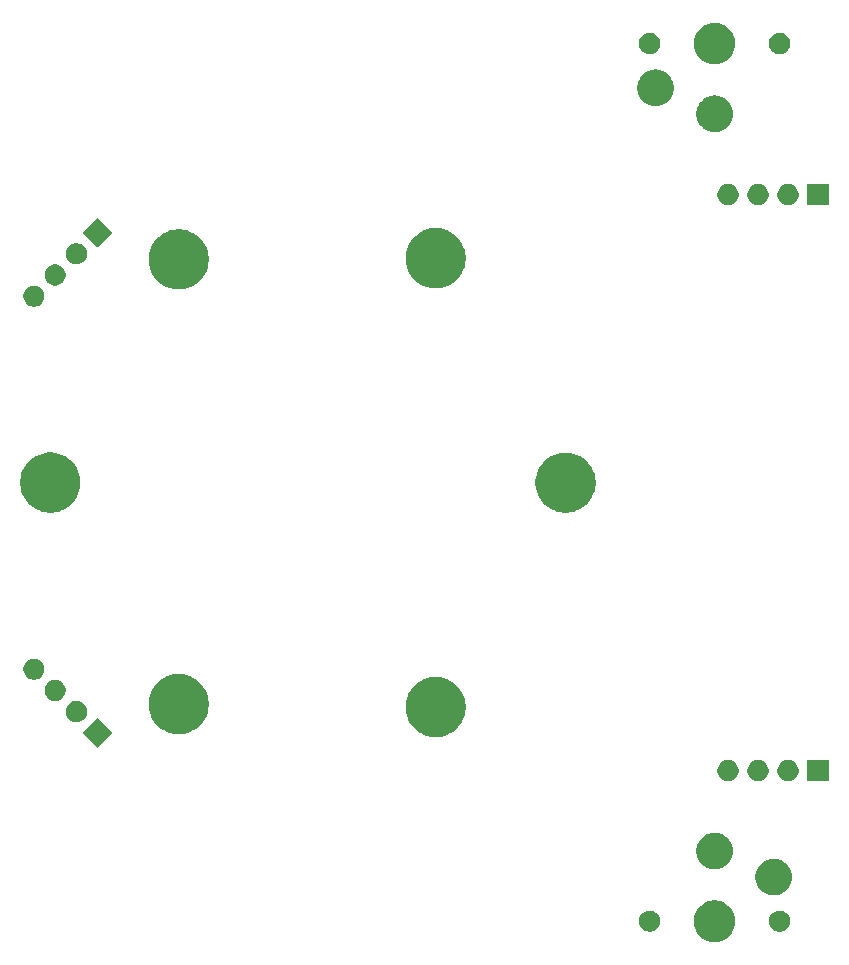
<source format=gbr>
G04 #@! TF.GenerationSoftware,KiCad,Pcbnew,9.0.2*
G04 #@! TF.CreationDate,2025-09-19T15:49:58-04:00*
G04 #@! TF.ProjectId,Trackball,54726163-6b62-4616-9c6c-2e6b69636164,rev?*
G04 #@! TF.SameCoordinates,Original*
G04 #@! TF.FileFunction,Soldermask,Top*
G04 #@! TF.FilePolarity,Negative*
%FSLAX46Y46*%
G04 Gerber Fmt 4.6, Leading zero omitted, Abs format (unit mm)*
G04 Created by KiCad (PCBNEW 9.0.2) date 2025-09-19 15:49:58*
%MOMM*%
%LPD*%
G01*
G04 APERTURE LIST*
G04 APERTURE END LIST*
G36*
X245362432Y-137002424D02*
G01*
X245585501Y-137062195D01*
X245798861Y-137150571D01*
X245998859Y-137266040D01*
X246182075Y-137406627D01*
X246345373Y-137569925D01*
X246485960Y-137753141D01*
X246601429Y-137953139D01*
X246689805Y-138166499D01*
X246749576Y-138389568D01*
X246779720Y-138618531D01*
X246779720Y-138849469D01*
X246749576Y-139078432D01*
X246689805Y-139301501D01*
X246601429Y-139514861D01*
X246485960Y-139714859D01*
X246345373Y-139898075D01*
X246182075Y-140061373D01*
X245998859Y-140201960D01*
X245798861Y-140317429D01*
X245585501Y-140405805D01*
X245362432Y-140465576D01*
X245133469Y-140495720D01*
X244902531Y-140495720D01*
X244673568Y-140465576D01*
X244450499Y-140405805D01*
X244237139Y-140317429D01*
X244037141Y-140201960D01*
X243853925Y-140061373D01*
X243690627Y-139898075D01*
X243550040Y-139714859D01*
X243434571Y-139514861D01*
X243346195Y-139301501D01*
X243286424Y-139078432D01*
X243256280Y-138849469D01*
X243256280Y-138618531D01*
X243286424Y-138389568D01*
X243346195Y-138166499D01*
X243434571Y-137953139D01*
X243550040Y-137753141D01*
X243690627Y-137569925D01*
X243853925Y-137406627D01*
X244037141Y-137266040D01*
X244237139Y-137150571D01*
X244450499Y-137062195D01*
X244673568Y-137002424D01*
X244902531Y-136972280D01*
X245133469Y-136972280D01*
X245362432Y-137002424D01*
G37*
G36*
X239779808Y-137870936D02*
G01*
X239943153Y-137938595D01*
X240090159Y-138036822D01*
X240215178Y-138161841D01*
X240313405Y-138308847D01*
X240381064Y-138472192D01*
X240415557Y-138645598D01*
X240415557Y-138822402D01*
X240381064Y-138995808D01*
X240313405Y-139159153D01*
X240215178Y-139306159D01*
X240090159Y-139431178D01*
X239943153Y-139529405D01*
X239779808Y-139597064D01*
X239606402Y-139631557D01*
X239429598Y-139631557D01*
X239256192Y-139597064D01*
X239092847Y-139529405D01*
X238945841Y-139431178D01*
X238820822Y-139306159D01*
X238722595Y-139159153D01*
X238654936Y-138995808D01*
X238620443Y-138822402D01*
X238620443Y-138645598D01*
X238654936Y-138472192D01*
X238722595Y-138308847D01*
X238820822Y-138161841D01*
X238945841Y-138036822D01*
X239092847Y-137938595D01*
X239256192Y-137870936D01*
X239429598Y-137836443D01*
X239606402Y-137836443D01*
X239779808Y-137870936D01*
G37*
G36*
X250779808Y-137870936D02*
G01*
X250943153Y-137938595D01*
X251090159Y-138036822D01*
X251215178Y-138161841D01*
X251313405Y-138308847D01*
X251381064Y-138472192D01*
X251415557Y-138645598D01*
X251415557Y-138822402D01*
X251381064Y-138995808D01*
X251313405Y-139159153D01*
X251215178Y-139306159D01*
X251090159Y-139431178D01*
X250943153Y-139529405D01*
X250779808Y-139597064D01*
X250606402Y-139631557D01*
X250429598Y-139631557D01*
X250256192Y-139597064D01*
X250092847Y-139529405D01*
X249945841Y-139431178D01*
X249820822Y-139306159D01*
X249722595Y-139159153D01*
X249654936Y-138995808D01*
X249620443Y-138822402D01*
X249620443Y-138645598D01*
X249654936Y-138472192D01*
X249722595Y-138308847D01*
X249820822Y-138161841D01*
X249945841Y-138036822D01*
X250092847Y-137938595D01*
X250256192Y-137870936D01*
X250429598Y-137836443D01*
X250606402Y-137836443D01*
X250779808Y-137870936D01*
G37*
G36*
X250128482Y-133437781D02*
G01*
X250139690Y-133437781D01*
X250194888Y-133446523D01*
X250320534Y-133463065D01*
X250351189Y-133471279D01*
X250380074Y-133475854D01*
X250435620Y-133493902D01*
X250516467Y-133515565D01*
X250568050Y-133536931D01*
X250611542Y-133551063D01*
X250652286Y-133571823D01*
X250703870Y-133593190D01*
X250776353Y-133635038D01*
X250828395Y-133661555D01*
X250852055Y-133678745D01*
X250879539Y-133694613D01*
X250980074Y-133771756D01*
X251025294Y-133804610D01*
X251033219Y-133812535D01*
X251040466Y-133818096D01*
X251183903Y-133961533D01*
X251189463Y-133968779D01*
X251197390Y-133976706D01*
X251230247Y-134021930D01*
X251307386Y-134122460D01*
X251323252Y-134149941D01*
X251340445Y-134173605D01*
X251366964Y-134225652D01*
X251408809Y-134298129D01*
X251430173Y-134349706D01*
X251450937Y-134390458D01*
X251465070Y-134433955D01*
X251486434Y-134485532D01*
X251508093Y-134566366D01*
X251526146Y-134621926D01*
X251530721Y-134650816D01*
X251538934Y-134681465D01*
X251555474Y-134807099D01*
X251564219Y-134862310D01*
X251564219Y-134873518D01*
X251565412Y-134882580D01*
X251565412Y-135085419D01*
X251564219Y-135094480D01*
X251564219Y-135105690D01*
X251555473Y-135160905D01*
X251538934Y-135286534D01*
X251530722Y-135317180D01*
X251526146Y-135346074D01*
X251508091Y-135401638D01*
X251486434Y-135482467D01*
X251465071Y-135534039D01*
X251450937Y-135577542D01*
X251430171Y-135618297D01*
X251408809Y-135669870D01*
X251366968Y-135742338D01*
X251340445Y-135794395D01*
X251323249Y-135818062D01*
X251307386Y-135845539D01*
X251230261Y-135946050D01*
X251197390Y-135991294D01*
X251189459Y-135999224D01*
X251183903Y-136006466D01*
X251040466Y-136149903D01*
X251033224Y-136155459D01*
X251025294Y-136163390D01*
X250980050Y-136196261D01*
X250879539Y-136273386D01*
X250852062Y-136289249D01*
X250828395Y-136306445D01*
X250776338Y-136332968D01*
X250703870Y-136374809D01*
X250652297Y-136396171D01*
X250611542Y-136416937D01*
X250568039Y-136431071D01*
X250516467Y-136452434D01*
X250435638Y-136474091D01*
X250380074Y-136492146D01*
X250351180Y-136496722D01*
X250320534Y-136504934D01*
X250194902Y-136521474D01*
X250139690Y-136530219D01*
X250128481Y-136530219D01*
X250119420Y-136531412D01*
X249916580Y-136531412D01*
X249907519Y-136530219D01*
X249896310Y-136530219D01*
X249841099Y-136521474D01*
X249715465Y-136504934D01*
X249684816Y-136496721D01*
X249655926Y-136492146D01*
X249600366Y-136474093D01*
X249519532Y-136452434D01*
X249467955Y-136431070D01*
X249424458Y-136416937D01*
X249383706Y-136396173D01*
X249332129Y-136374809D01*
X249259652Y-136332964D01*
X249207605Y-136306445D01*
X249183941Y-136289252D01*
X249156460Y-136273386D01*
X249055930Y-136196247D01*
X249010706Y-136163390D01*
X249002779Y-136155463D01*
X248995533Y-136149903D01*
X248852096Y-136006466D01*
X248846535Y-135999219D01*
X248838610Y-135991294D01*
X248805756Y-135946074D01*
X248728613Y-135845539D01*
X248712745Y-135818055D01*
X248695555Y-135794395D01*
X248669038Y-135742353D01*
X248627190Y-135669870D01*
X248605823Y-135618286D01*
X248585063Y-135577542D01*
X248570931Y-135534050D01*
X248549565Y-135482467D01*
X248527902Y-135401620D01*
X248509854Y-135346074D01*
X248505279Y-135317189D01*
X248497065Y-135286534D01*
X248480524Y-135160891D01*
X248471781Y-135105690D01*
X248471781Y-135094480D01*
X248470588Y-135085419D01*
X248470588Y-134882580D01*
X248471781Y-134873518D01*
X248471781Y-134862310D01*
X248480523Y-134807113D01*
X248497065Y-134681465D01*
X248505279Y-134650807D01*
X248509854Y-134621926D01*
X248527900Y-134566383D01*
X248549565Y-134485532D01*
X248570933Y-134433944D01*
X248585063Y-134390458D01*
X248605821Y-134349717D01*
X248627190Y-134298129D01*
X248669042Y-134225637D01*
X248695555Y-134173605D01*
X248712742Y-134149948D01*
X248728613Y-134122460D01*
X248805770Y-134021906D01*
X248838610Y-133976706D01*
X248846532Y-133968783D01*
X248852096Y-133961533D01*
X248995533Y-133818096D01*
X249002783Y-133812532D01*
X249010706Y-133804610D01*
X249055906Y-133771770D01*
X249156460Y-133694613D01*
X249183948Y-133678742D01*
X249207605Y-133661555D01*
X249259637Y-133635042D01*
X249332129Y-133593190D01*
X249383717Y-133571821D01*
X249424458Y-133551063D01*
X249467944Y-133536933D01*
X249519532Y-133515565D01*
X249600383Y-133493900D01*
X249655926Y-133475854D01*
X249684807Y-133471279D01*
X249715465Y-133463065D01*
X249841113Y-133446523D01*
X249896310Y-133437781D01*
X249907518Y-133437781D01*
X249916580Y-133436588D01*
X250119420Y-133436588D01*
X250128482Y-133437781D01*
G37*
G36*
X245128482Y-131237781D02*
G01*
X245139690Y-131237781D01*
X245194888Y-131246523D01*
X245320534Y-131263065D01*
X245351189Y-131271279D01*
X245380074Y-131275854D01*
X245435620Y-131293902D01*
X245516467Y-131315565D01*
X245568050Y-131336931D01*
X245611542Y-131351063D01*
X245652286Y-131371823D01*
X245703870Y-131393190D01*
X245776353Y-131435038D01*
X245828395Y-131461555D01*
X245852055Y-131478745D01*
X245879539Y-131494613D01*
X245980074Y-131571756D01*
X246025294Y-131604610D01*
X246033219Y-131612535D01*
X246040466Y-131618096D01*
X246183903Y-131761533D01*
X246189463Y-131768779D01*
X246197390Y-131776706D01*
X246230247Y-131821930D01*
X246307386Y-131922460D01*
X246323252Y-131949941D01*
X246340445Y-131973605D01*
X246366964Y-132025652D01*
X246408809Y-132098129D01*
X246430173Y-132149706D01*
X246450937Y-132190458D01*
X246465070Y-132233955D01*
X246486434Y-132285532D01*
X246508093Y-132366366D01*
X246526146Y-132421926D01*
X246530721Y-132450816D01*
X246538934Y-132481465D01*
X246555474Y-132607099D01*
X246564219Y-132662310D01*
X246564219Y-132673518D01*
X246565412Y-132682580D01*
X246565412Y-132885419D01*
X246564219Y-132894480D01*
X246564219Y-132905690D01*
X246555473Y-132960905D01*
X246538934Y-133086534D01*
X246530722Y-133117180D01*
X246526146Y-133146074D01*
X246508091Y-133201638D01*
X246486434Y-133282467D01*
X246465071Y-133334039D01*
X246450937Y-133377542D01*
X246430171Y-133418297D01*
X246408809Y-133469870D01*
X246366968Y-133542338D01*
X246340445Y-133594395D01*
X246323249Y-133618062D01*
X246307386Y-133645539D01*
X246230261Y-133746050D01*
X246197390Y-133791294D01*
X246189459Y-133799224D01*
X246183903Y-133806466D01*
X246040466Y-133949903D01*
X246033224Y-133955459D01*
X246025294Y-133963390D01*
X245980050Y-133996261D01*
X245879539Y-134073386D01*
X245852062Y-134089249D01*
X245828395Y-134106445D01*
X245776338Y-134132968D01*
X245703870Y-134174809D01*
X245652297Y-134196171D01*
X245611542Y-134216937D01*
X245568039Y-134231071D01*
X245516467Y-134252434D01*
X245435638Y-134274091D01*
X245380074Y-134292146D01*
X245351180Y-134296722D01*
X245320534Y-134304934D01*
X245194902Y-134321474D01*
X245139690Y-134330219D01*
X245128481Y-134330219D01*
X245119420Y-134331412D01*
X244916580Y-134331412D01*
X244907519Y-134330219D01*
X244896310Y-134330219D01*
X244841099Y-134321474D01*
X244715465Y-134304934D01*
X244684816Y-134296721D01*
X244655926Y-134292146D01*
X244600366Y-134274093D01*
X244519532Y-134252434D01*
X244467955Y-134231070D01*
X244424458Y-134216937D01*
X244383706Y-134196173D01*
X244332129Y-134174809D01*
X244259652Y-134132964D01*
X244207605Y-134106445D01*
X244183941Y-134089252D01*
X244156460Y-134073386D01*
X244055930Y-133996247D01*
X244010706Y-133963390D01*
X244002779Y-133955463D01*
X243995533Y-133949903D01*
X243852096Y-133806466D01*
X243846535Y-133799219D01*
X243838610Y-133791294D01*
X243805756Y-133746074D01*
X243728613Y-133645539D01*
X243712745Y-133618055D01*
X243695555Y-133594395D01*
X243669038Y-133542353D01*
X243627190Y-133469870D01*
X243605823Y-133418286D01*
X243585063Y-133377542D01*
X243570931Y-133334050D01*
X243549565Y-133282467D01*
X243527902Y-133201620D01*
X243509854Y-133146074D01*
X243505279Y-133117189D01*
X243497065Y-133086534D01*
X243480524Y-132960891D01*
X243471781Y-132905690D01*
X243471781Y-132894480D01*
X243470588Y-132885419D01*
X243470588Y-132682580D01*
X243471781Y-132673518D01*
X243471781Y-132662310D01*
X243480523Y-132607113D01*
X243497065Y-132481465D01*
X243505279Y-132450807D01*
X243509854Y-132421926D01*
X243527900Y-132366383D01*
X243549565Y-132285532D01*
X243570933Y-132233944D01*
X243585063Y-132190458D01*
X243605821Y-132149717D01*
X243627190Y-132098129D01*
X243669042Y-132025637D01*
X243695555Y-131973605D01*
X243712742Y-131949948D01*
X243728613Y-131922460D01*
X243805770Y-131821906D01*
X243838610Y-131776706D01*
X243846532Y-131768783D01*
X243852096Y-131761533D01*
X243995533Y-131618096D01*
X244002783Y-131612532D01*
X244010706Y-131604610D01*
X244055906Y-131571770D01*
X244156460Y-131494613D01*
X244183948Y-131478742D01*
X244207605Y-131461555D01*
X244259637Y-131435042D01*
X244332129Y-131393190D01*
X244383717Y-131371821D01*
X244424458Y-131351063D01*
X244467944Y-131336933D01*
X244519532Y-131315565D01*
X244600383Y-131293900D01*
X244655926Y-131275854D01*
X244684807Y-131271279D01*
X244715465Y-131263065D01*
X244841113Y-131246523D01*
X244896310Y-131237781D01*
X244907518Y-131237781D01*
X244916580Y-131236588D01*
X245119420Y-131236588D01*
X245128482Y-131237781D01*
G37*
G36*
X254637517Y-125086882D02*
G01*
X254654062Y-125097938D01*
X254665118Y-125114483D01*
X254669000Y-125134000D01*
X254669000Y-126834000D01*
X254665118Y-126853517D01*
X254654062Y-126870062D01*
X254637517Y-126881118D01*
X254618000Y-126885000D01*
X252918000Y-126885000D01*
X252898483Y-126881118D01*
X252881938Y-126870062D01*
X252870882Y-126853517D01*
X252867000Y-126834000D01*
X252867000Y-125134000D01*
X252870882Y-125114483D01*
X252881938Y-125097938D01*
X252898483Y-125086882D01*
X252918000Y-125083000D01*
X254618000Y-125083000D01*
X254637517Y-125086882D01*
G37*
G36*
X246409546Y-125121797D02*
G01*
X246572728Y-125189389D01*
X246719588Y-125287518D01*
X246844482Y-125412412D01*
X246942611Y-125559272D01*
X247010203Y-125722454D01*
X247044661Y-125895687D01*
X247044661Y-126072313D01*
X247010203Y-126245546D01*
X246942611Y-126408728D01*
X246844482Y-126555588D01*
X246719588Y-126680482D01*
X246572728Y-126778611D01*
X246409546Y-126846203D01*
X246236313Y-126880661D01*
X246059687Y-126880661D01*
X245886454Y-126846203D01*
X245723272Y-126778611D01*
X245576412Y-126680482D01*
X245451518Y-126555588D01*
X245353389Y-126408728D01*
X245285797Y-126245546D01*
X245251339Y-126072313D01*
X245251339Y-125895687D01*
X245285797Y-125722454D01*
X245353389Y-125559272D01*
X245451518Y-125412412D01*
X245576412Y-125287518D01*
X245723272Y-125189389D01*
X245886454Y-125121797D01*
X246059687Y-125087339D01*
X246236313Y-125087339D01*
X246409546Y-125121797D01*
G37*
G36*
X248949546Y-125121797D02*
G01*
X249112728Y-125189389D01*
X249259588Y-125287518D01*
X249384482Y-125412412D01*
X249482611Y-125559272D01*
X249550203Y-125722454D01*
X249584661Y-125895687D01*
X249584661Y-126072313D01*
X249550203Y-126245546D01*
X249482611Y-126408728D01*
X249384482Y-126555588D01*
X249259588Y-126680482D01*
X249112728Y-126778611D01*
X248949546Y-126846203D01*
X248776313Y-126880661D01*
X248599687Y-126880661D01*
X248426454Y-126846203D01*
X248263272Y-126778611D01*
X248116412Y-126680482D01*
X247991518Y-126555588D01*
X247893389Y-126408728D01*
X247825797Y-126245546D01*
X247791339Y-126072313D01*
X247791339Y-125895687D01*
X247825797Y-125722454D01*
X247893389Y-125559272D01*
X247991518Y-125412412D01*
X248116412Y-125287518D01*
X248263272Y-125189389D01*
X248426454Y-125121797D01*
X248599687Y-125087339D01*
X248776313Y-125087339D01*
X248949546Y-125121797D01*
G37*
G36*
X251489546Y-125121797D02*
G01*
X251652728Y-125189389D01*
X251799588Y-125287518D01*
X251924482Y-125412412D01*
X252022611Y-125559272D01*
X252090203Y-125722454D01*
X252124661Y-125895687D01*
X252124661Y-126072313D01*
X252090203Y-126245546D01*
X252022611Y-126408728D01*
X251924482Y-126555588D01*
X251799588Y-126680482D01*
X251652728Y-126778611D01*
X251489546Y-126846203D01*
X251316313Y-126880661D01*
X251139687Y-126880661D01*
X250966454Y-126846203D01*
X250803272Y-126778611D01*
X250656412Y-126680482D01*
X250531518Y-126555588D01*
X250433389Y-126408728D01*
X250365797Y-126245546D01*
X250331339Y-126072313D01*
X250331339Y-125895687D01*
X250365797Y-125722454D01*
X250433389Y-125559272D01*
X250531518Y-125412412D01*
X250656412Y-125287518D01*
X250803272Y-125189389D01*
X250966454Y-125121797D01*
X251139687Y-125087339D01*
X251316313Y-125087339D01*
X251489546Y-125121797D01*
G37*
G36*
X192793466Y-121536851D02*
G01*
X192810011Y-121547907D01*
X194012093Y-122749989D01*
X194023149Y-122766534D01*
X194027030Y-122786051D01*
X194023149Y-122805568D01*
X194012093Y-122822113D01*
X192810011Y-124024195D01*
X192793466Y-124035251D01*
X192773949Y-124039132D01*
X192754432Y-124035251D01*
X192737887Y-124024195D01*
X191535805Y-122822113D01*
X191524749Y-122805568D01*
X191520868Y-122786051D01*
X191524749Y-122766534D01*
X191535805Y-122749989D01*
X192399734Y-121886060D01*
X192729182Y-121556611D01*
X192729185Y-121556608D01*
X192737887Y-121547907D01*
X192754432Y-121536851D01*
X192773949Y-121532970D01*
X192793466Y-121536851D01*
G37*
G36*
X221827308Y-118085043D02*
G01*
X222106207Y-118148700D01*
X222376225Y-118243183D01*
X222633967Y-118367305D01*
X222876190Y-118519504D01*
X223099850Y-118697867D01*
X223302133Y-118900150D01*
X223480496Y-119123810D01*
X223632695Y-119366033D01*
X223756817Y-119623775D01*
X223851300Y-119893793D01*
X223914957Y-120172692D01*
X223946987Y-120456964D01*
X223946987Y-120743036D01*
X223914957Y-121027308D01*
X223851300Y-121306207D01*
X223756817Y-121576225D01*
X223632695Y-121833967D01*
X223480496Y-122076190D01*
X223302133Y-122299850D01*
X223099850Y-122502133D01*
X222876190Y-122680496D01*
X222633967Y-122832695D01*
X222376225Y-122956817D01*
X222106207Y-123051300D01*
X221827308Y-123114957D01*
X221543036Y-123146987D01*
X221256964Y-123146987D01*
X220972692Y-123114957D01*
X220693793Y-123051300D01*
X220423775Y-122956817D01*
X220166033Y-122832695D01*
X219923810Y-122680496D01*
X219700150Y-122502133D01*
X219497867Y-122299850D01*
X219319504Y-122076190D01*
X219167305Y-121833967D01*
X219043183Y-121576225D01*
X218948700Y-121306207D01*
X218885043Y-121027308D01*
X218853013Y-120743036D01*
X218853013Y-120456964D01*
X218885043Y-120172692D01*
X218948700Y-119893793D01*
X219043183Y-119623775D01*
X219167305Y-119366033D01*
X219319504Y-119123810D01*
X219497867Y-118900150D01*
X219700150Y-118697867D01*
X219923810Y-118519504D01*
X220166033Y-118367305D01*
X220423775Y-118243183D01*
X220693793Y-118148700D01*
X220972692Y-118085043D01*
X221256964Y-118053013D01*
X221543036Y-118053013D01*
X221827308Y-118085043D01*
G37*
G36*
X200077308Y-117835043D02*
G01*
X200356207Y-117898700D01*
X200626225Y-117993183D01*
X200883967Y-118117305D01*
X201126190Y-118269504D01*
X201349850Y-118447867D01*
X201552133Y-118650150D01*
X201730496Y-118873810D01*
X201882695Y-119116033D01*
X202006817Y-119373775D01*
X202101300Y-119643793D01*
X202164957Y-119922692D01*
X202196987Y-120206964D01*
X202196987Y-120493036D01*
X202164957Y-120777308D01*
X202101300Y-121056207D01*
X202006817Y-121326225D01*
X201882695Y-121583967D01*
X201730496Y-121826190D01*
X201552133Y-122049850D01*
X201349850Y-122252133D01*
X201126190Y-122430496D01*
X200883967Y-122582695D01*
X200626225Y-122706817D01*
X200356207Y-122801300D01*
X200077308Y-122864957D01*
X199793036Y-122896987D01*
X199506964Y-122896987D01*
X199222692Y-122864957D01*
X198943793Y-122801300D01*
X198673775Y-122706817D01*
X198416033Y-122582695D01*
X198173810Y-122430496D01*
X197950150Y-122252133D01*
X197747867Y-122049850D01*
X197569504Y-121826190D01*
X197417305Y-121583967D01*
X197293183Y-121326225D01*
X197198700Y-121056207D01*
X197135043Y-120777308D01*
X197103013Y-120493036D01*
X197103013Y-120206964D01*
X197135043Y-119922692D01*
X197198700Y-119643793D01*
X197293183Y-119373775D01*
X197417305Y-119116033D01*
X197569504Y-118873810D01*
X197747867Y-118650150D01*
X197950150Y-118447867D01*
X198173810Y-118269504D01*
X198416033Y-118117305D01*
X198673775Y-117993183D01*
X198943793Y-117898700D01*
X199222692Y-117835043D01*
X199506964Y-117803013D01*
X199793036Y-117803013D01*
X200077308Y-117835043D01*
G37*
G36*
X191239444Y-120127797D02*
G01*
X191402626Y-120195389D01*
X191549486Y-120293518D01*
X191674380Y-120418412D01*
X191772509Y-120565272D01*
X191840101Y-120728454D01*
X191874559Y-120901687D01*
X191874559Y-121078313D01*
X191840101Y-121251546D01*
X191772509Y-121414728D01*
X191674380Y-121561588D01*
X191549486Y-121686482D01*
X191402626Y-121784611D01*
X191239444Y-121852203D01*
X191066211Y-121886661D01*
X190889585Y-121886661D01*
X190716352Y-121852203D01*
X190553170Y-121784611D01*
X190406310Y-121686482D01*
X190281416Y-121561588D01*
X190183287Y-121414728D01*
X190115695Y-121251546D01*
X190081237Y-121078313D01*
X190081237Y-120901687D01*
X190115695Y-120728454D01*
X190183287Y-120565272D01*
X190281416Y-120418412D01*
X190406310Y-120293518D01*
X190553170Y-120195389D01*
X190716352Y-120127797D01*
X190889585Y-120093339D01*
X191066211Y-120093339D01*
X191239444Y-120127797D01*
G37*
G36*
X189443393Y-118331746D02*
G01*
X189606575Y-118399338D01*
X189753435Y-118497467D01*
X189878329Y-118622361D01*
X189976458Y-118769221D01*
X190044050Y-118932403D01*
X190078508Y-119105636D01*
X190078508Y-119282262D01*
X190044050Y-119455495D01*
X189976458Y-119618677D01*
X189878329Y-119765537D01*
X189753435Y-119890431D01*
X189606575Y-119988560D01*
X189443393Y-120056152D01*
X189270160Y-120090610D01*
X189093534Y-120090610D01*
X188920301Y-120056152D01*
X188757119Y-119988560D01*
X188610259Y-119890431D01*
X188485365Y-119765537D01*
X188387236Y-119618677D01*
X188319644Y-119455495D01*
X188285186Y-119282262D01*
X188285186Y-119105636D01*
X188319644Y-118932403D01*
X188387236Y-118769221D01*
X188485365Y-118622361D01*
X188610259Y-118497467D01*
X188757119Y-118399338D01*
X188920301Y-118331746D01*
X189093534Y-118297288D01*
X189270160Y-118297288D01*
X189443393Y-118331746D01*
G37*
G36*
X187647341Y-116535694D02*
G01*
X187810523Y-116603286D01*
X187957383Y-116701415D01*
X188082277Y-116826309D01*
X188180406Y-116973169D01*
X188247998Y-117136351D01*
X188282456Y-117309584D01*
X188282456Y-117486210D01*
X188247998Y-117659443D01*
X188180406Y-117822625D01*
X188082277Y-117969485D01*
X187957383Y-118094379D01*
X187810523Y-118192508D01*
X187647341Y-118260100D01*
X187474108Y-118294558D01*
X187297482Y-118294558D01*
X187124249Y-118260100D01*
X186961067Y-118192508D01*
X186814207Y-118094379D01*
X186689313Y-117969485D01*
X186591184Y-117822625D01*
X186523592Y-117659443D01*
X186489134Y-117486210D01*
X186489134Y-117309584D01*
X186523592Y-117136351D01*
X186591184Y-116973169D01*
X186689313Y-116826309D01*
X186814207Y-116701415D01*
X186961067Y-116603286D01*
X187124249Y-116535694D01*
X187297482Y-116501236D01*
X187474108Y-116501236D01*
X187647341Y-116535694D01*
G37*
G36*
X232827308Y-99085043D02*
G01*
X233106207Y-99148700D01*
X233376225Y-99243183D01*
X233633967Y-99367305D01*
X233876190Y-99519504D01*
X234099850Y-99697867D01*
X234302133Y-99900150D01*
X234480496Y-100123810D01*
X234632695Y-100366033D01*
X234756817Y-100623775D01*
X234851300Y-100893793D01*
X234914957Y-101172692D01*
X234946987Y-101456964D01*
X234946987Y-101743036D01*
X234914957Y-102027308D01*
X234851300Y-102306207D01*
X234756817Y-102576225D01*
X234632695Y-102833967D01*
X234480496Y-103076190D01*
X234302133Y-103299850D01*
X234099850Y-103502133D01*
X233876190Y-103680496D01*
X233633967Y-103832695D01*
X233376225Y-103956817D01*
X233106207Y-104051300D01*
X232827308Y-104114957D01*
X232543036Y-104146987D01*
X232256964Y-104146987D01*
X231972692Y-104114957D01*
X231693793Y-104051300D01*
X231423775Y-103956817D01*
X231166033Y-103832695D01*
X230923810Y-103680496D01*
X230700150Y-103502133D01*
X230497867Y-103299850D01*
X230319504Y-103076190D01*
X230167305Y-102833967D01*
X230043183Y-102576225D01*
X229948700Y-102306207D01*
X229885043Y-102027308D01*
X229853013Y-101743036D01*
X229853013Y-101456964D01*
X229885043Y-101172692D01*
X229948700Y-100893793D01*
X230043183Y-100623775D01*
X230167305Y-100366033D01*
X230319504Y-100123810D01*
X230497867Y-99900150D01*
X230700150Y-99697867D01*
X230923810Y-99519504D01*
X231166033Y-99367305D01*
X231423775Y-99243183D01*
X231693793Y-99148700D01*
X231972692Y-99085043D01*
X232256964Y-99053013D01*
X232543036Y-99053013D01*
X232827308Y-99085043D01*
G37*
G36*
X189202308Y-99081489D02*
G01*
X189481207Y-99145146D01*
X189751225Y-99239629D01*
X190008967Y-99363751D01*
X190251190Y-99515950D01*
X190474850Y-99694313D01*
X190677133Y-99896596D01*
X190855496Y-100120256D01*
X191007695Y-100362479D01*
X191131817Y-100620221D01*
X191226300Y-100890239D01*
X191289957Y-101169138D01*
X191321987Y-101453410D01*
X191321987Y-101739482D01*
X191289957Y-102023754D01*
X191226300Y-102302653D01*
X191131817Y-102572671D01*
X191007695Y-102830413D01*
X190855496Y-103072636D01*
X190677133Y-103296296D01*
X190474850Y-103498579D01*
X190251190Y-103676942D01*
X190008967Y-103829141D01*
X189751225Y-103953263D01*
X189481207Y-104047746D01*
X189202308Y-104111403D01*
X188918036Y-104143433D01*
X188631964Y-104143433D01*
X188347692Y-104111403D01*
X188068793Y-104047746D01*
X187798775Y-103953263D01*
X187541033Y-103829141D01*
X187298810Y-103676942D01*
X187075150Y-103498579D01*
X186872867Y-103296296D01*
X186694504Y-103072636D01*
X186542305Y-102830413D01*
X186418183Y-102572671D01*
X186323700Y-102302653D01*
X186260043Y-102023754D01*
X186228013Y-101739482D01*
X186228013Y-101453410D01*
X186260043Y-101169138D01*
X186323700Y-100890239D01*
X186418183Y-100620221D01*
X186542305Y-100362479D01*
X186694504Y-100120256D01*
X186872867Y-99896596D01*
X187075150Y-99694313D01*
X187298810Y-99515950D01*
X187541033Y-99363751D01*
X187798775Y-99239629D01*
X188068793Y-99145146D01*
X188347692Y-99081489D01*
X188631964Y-99049459D01*
X188918036Y-99049459D01*
X189202308Y-99081489D01*
G37*
G36*
X187647341Y-84949900D02*
G01*
X187810523Y-85017492D01*
X187957383Y-85115621D01*
X188082277Y-85240515D01*
X188180406Y-85387375D01*
X188247998Y-85550557D01*
X188282456Y-85723790D01*
X188282456Y-85900416D01*
X188247998Y-86073649D01*
X188180406Y-86236831D01*
X188082277Y-86383691D01*
X187957383Y-86508585D01*
X187810523Y-86606714D01*
X187647341Y-86674306D01*
X187474108Y-86708764D01*
X187297482Y-86708764D01*
X187124249Y-86674306D01*
X186961067Y-86606714D01*
X186814207Y-86508585D01*
X186689313Y-86383691D01*
X186591184Y-86236831D01*
X186523592Y-86073649D01*
X186489134Y-85900416D01*
X186489134Y-85723790D01*
X186523592Y-85550557D01*
X186591184Y-85387375D01*
X186689313Y-85240515D01*
X186814207Y-85115621D01*
X186961067Y-85017492D01*
X187124249Y-84949900D01*
X187297482Y-84915442D01*
X187474108Y-84915442D01*
X187647341Y-84949900D01*
G37*
G36*
X200077308Y-80185043D02*
G01*
X200356207Y-80248700D01*
X200626225Y-80343183D01*
X200883967Y-80467305D01*
X201126190Y-80619504D01*
X201349850Y-80797867D01*
X201552133Y-81000150D01*
X201730496Y-81223810D01*
X201882695Y-81466033D01*
X202006817Y-81723775D01*
X202101300Y-81993793D01*
X202164957Y-82272692D01*
X202196987Y-82556964D01*
X202196987Y-82843036D01*
X202164957Y-83127308D01*
X202101300Y-83406207D01*
X202006817Y-83676225D01*
X201882695Y-83933967D01*
X201730496Y-84176190D01*
X201552133Y-84399850D01*
X201349850Y-84602133D01*
X201126190Y-84780496D01*
X200883967Y-84932695D01*
X200626225Y-85056817D01*
X200356207Y-85151300D01*
X200077308Y-85214957D01*
X199793036Y-85246987D01*
X199506964Y-85246987D01*
X199222692Y-85214957D01*
X198943793Y-85151300D01*
X198673775Y-85056817D01*
X198416033Y-84932695D01*
X198173810Y-84780496D01*
X197950150Y-84602133D01*
X197747867Y-84399850D01*
X197569504Y-84176190D01*
X197417305Y-83933967D01*
X197293183Y-83676225D01*
X197198700Y-83406207D01*
X197135043Y-83127308D01*
X197103013Y-82843036D01*
X197103013Y-82556964D01*
X197135043Y-82272692D01*
X197198700Y-81993793D01*
X197293183Y-81723775D01*
X197417305Y-81466033D01*
X197569504Y-81223810D01*
X197747867Y-81000150D01*
X197950150Y-80797867D01*
X198173810Y-80619504D01*
X198416033Y-80467305D01*
X198673775Y-80343183D01*
X198943793Y-80248700D01*
X199222692Y-80185043D01*
X199506964Y-80153013D01*
X199793036Y-80153013D01*
X200077308Y-80185043D01*
G37*
G36*
X221827308Y-80085043D02*
G01*
X222106207Y-80148700D01*
X222376225Y-80243183D01*
X222633967Y-80367305D01*
X222876190Y-80519504D01*
X223099850Y-80697867D01*
X223302133Y-80900150D01*
X223480496Y-81123810D01*
X223632695Y-81366033D01*
X223756817Y-81623775D01*
X223851300Y-81893793D01*
X223914957Y-82172692D01*
X223946987Y-82456964D01*
X223946987Y-82743036D01*
X223914957Y-83027308D01*
X223851300Y-83306207D01*
X223756817Y-83576225D01*
X223632695Y-83833967D01*
X223480496Y-84076190D01*
X223302133Y-84299850D01*
X223099850Y-84502133D01*
X222876190Y-84680496D01*
X222633967Y-84832695D01*
X222376225Y-84956817D01*
X222106207Y-85051300D01*
X221827308Y-85114957D01*
X221543036Y-85146987D01*
X221256964Y-85146987D01*
X220972692Y-85114957D01*
X220693793Y-85051300D01*
X220423775Y-84956817D01*
X220166033Y-84832695D01*
X219923810Y-84680496D01*
X219700150Y-84502133D01*
X219497867Y-84299850D01*
X219319504Y-84076190D01*
X219167305Y-83833967D01*
X219043183Y-83576225D01*
X218948700Y-83306207D01*
X218885043Y-83027308D01*
X218853013Y-82743036D01*
X218853013Y-82456964D01*
X218885043Y-82172692D01*
X218948700Y-81893793D01*
X219043183Y-81623775D01*
X219167305Y-81366033D01*
X219319504Y-81123810D01*
X219497867Y-80900150D01*
X219700150Y-80697867D01*
X219923810Y-80519504D01*
X220166033Y-80367305D01*
X220423775Y-80243183D01*
X220693793Y-80148700D01*
X220972692Y-80085043D01*
X221256964Y-80053013D01*
X221543036Y-80053013D01*
X221827308Y-80085043D01*
G37*
G36*
X189443393Y-83153848D02*
G01*
X189606575Y-83221440D01*
X189753435Y-83319569D01*
X189878329Y-83444463D01*
X189976458Y-83591323D01*
X190044050Y-83754505D01*
X190078508Y-83927738D01*
X190078508Y-84104364D01*
X190044050Y-84277597D01*
X189976458Y-84440779D01*
X189878329Y-84587639D01*
X189753435Y-84712533D01*
X189606575Y-84810662D01*
X189443393Y-84878254D01*
X189270160Y-84912712D01*
X189093534Y-84912712D01*
X188920301Y-84878254D01*
X188757119Y-84810662D01*
X188610259Y-84712533D01*
X188485365Y-84587639D01*
X188387236Y-84440779D01*
X188319644Y-84277597D01*
X188285186Y-84104364D01*
X188285186Y-83927738D01*
X188319644Y-83754505D01*
X188387236Y-83591323D01*
X188485365Y-83444463D01*
X188610259Y-83319569D01*
X188757119Y-83221440D01*
X188920301Y-83153848D01*
X189093534Y-83119390D01*
X189270160Y-83119390D01*
X189443393Y-83153848D01*
G37*
G36*
X191239444Y-81357797D02*
G01*
X191402626Y-81425389D01*
X191549486Y-81523518D01*
X191674380Y-81648412D01*
X191772509Y-81795272D01*
X191840101Y-81958454D01*
X191874559Y-82131687D01*
X191874559Y-82308313D01*
X191840101Y-82481546D01*
X191772509Y-82644728D01*
X191674380Y-82791588D01*
X191549486Y-82916482D01*
X191402626Y-83014611D01*
X191239444Y-83082203D01*
X191066211Y-83116661D01*
X190889585Y-83116661D01*
X190716352Y-83082203D01*
X190553170Y-83014611D01*
X190406310Y-82916482D01*
X190281416Y-82791588D01*
X190183287Y-82644728D01*
X190115695Y-82481546D01*
X190081237Y-82308313D01*
X190081237Y-82131687D01*
X190115695Y-81958454D01*
X190183287Y-81795272D01*
X190281416Y-81648412D01*
X190406310Y-81523518D01*
X190553170Y-81425389D01*
X190716352Y-81357797D01*
X190889585Y-81323339D01*
X191066211Y-81323339D01*
X191239444Y-81357797D01*
G37*
G36*
X192793466Y-79174749D02*
G01*
X192810011Y-79185805D01*
X194012093Y-80387887D01*
X194023149Y-80404432D01*
X194027030Y-80423949D01*
X194023149Y-80443466D01*
X194012093Y-80460011D01*
X192810011Y-81662093D01*
X192793466Y-81673149D01*
X192773949Y-81677030D01*
X192754432Y-81673149D01*
X192737887Y-81662093D01*
X191535805Y-80460011D01*
X191524749Y-80443466D01*
X191520868Y-80423949D01*
X191524749Y-80404432D01*
X191535805Y-80387887D01*
X192136846Y-79786846D01*
X192729182Y-79194509D01*
X192729185Y-79194506D01*
X192737887Y-79185805D01*
X192754432Y-79174749D01*
X192773949Y-79170868D01*
X192793466Y-79174749D01*
G37*
G36*
X254637517Y-76318882D02*
G01*
X254654062Y-76329938D01*
X254665118Y-76346483D01*
X254669000Y-76366000D01*
X254669000Y-78066000D01*
X254665118Y-78085517D01*
X254654062Y-78102062D01*
X254637517Y-78113118D01*
X254618000Y-78117000D01*
X252918000Y-78117000D01*
X252898483Y-78113118D01*
X252881938Y-78102062D01*
X252870882Y-78085517D01*
X252867000Y-78066000D01*
X252867000Y-76366000D01*
X252870882Y-76346483D01*
X252881938Y-76329938D01*
X252898483Y-76318882D01*
X252918000Y-76315000D01*
X254618000Y-76315000D01*
X254637517Y-76318882D01*
G37*
G36*
X246409546Y-76353797D02*
G01*
X246572728Y-76421389D01*
X246719588Y-76519518D01*
X246844482Y-76644412D01*
X246942611Y-76791272D01*
X247010203Y-76954454D01*
X247044661Y-77127687D01*
X247044661Y-77304313D01*
X247010203Y-77477546D01*
X246942611Y-77640728D01*
X246844482Y-77787588D01*
X246719588Y-77912482D01*
X246572728Y-78010611D01*
X246409546Y-78078203D01*
X246236313Y-78112661D01*
X246059687Y-78112661D01*
X245886454Y-78078203D01*
X245723272Y-78010611D01*
X245576412Y-77912482D01*
X245451518Y-77787588D01*
X245353389Y-77640728D01*
X245285797Y-77477546D01*
X245251339Y-77304313D01*
X245251339Y-77127687D01*
X245285797Y-76954454D01*
X245353389Y-76791272D01*
X245451518Y-76644412D01*
X245576412Y-76519518D01*
X245723272Y-76421389D01*
X245886454Y-76353797D01*
X246059687Y-76319339D01*
X246236313Y-76319339D01*
X246409546Y-76353797D01*
G37*
G36*
X248949546Y-76353797D02*
G01*
X249112728Y-76421389D01*
X249259588Y-76519518D01*
X249384482Y-76644412D01*
X249482611Y-76791272D01*
X249550203Y-76954454D01*
X249584661Y-77127687D01*
X249584661Y-77304313D01*
X249550203Y-77477546D01*
X249482611Y-77640728D01*
X249384482Y-77787588D01*
X249259588Y-77912482D01*
X249112728Y-78010611D01*
X248949546Y-78078203D01*
X248776313Y-78112661D01*
X248599687Y-78112661D01*
X248426454Y-78078203D01*
X248263272Y-78010611D01*
X248116412Y-77912482D01*
X247991518Y-77787588D01*
X247893389Y-77640728D01*
X247825797Y-77477546D01*
X247791339Y-77304313D01*
X247791339Y-77127687D01*
X247825797Y-76954454D01*
X247893389Y-76791272D01*
X247991518Y-76644412D01*
X248116412Y-76519518D01*
X248263272Y-76421389D01*
X248426454Y-76353797D01*
X248599687Y-76319339D01*
X248776313Y-76319339D01*
X248949546Y-76353797D01*
G37*
G36*
X251489546Y-76353797D02*
G01*
X251652728Y-76421389D01*
X251799588Y-76519518D01*
X251924482Y-76644412D01*
X252022611Y-76791272D01*
X252090203Y-76954454D01*
X252124661Y-77127687D01*
X252124661Y-77304313D01*
X252090203Y-77477546D01*
X252022611Y-77640728D01*
X251924482Y-77787588D01*
X251799588Y-77912482D01*
X251652728Y-78010611D01*
X251489546Y-78078203D01*
X251316313Y-78112661D01*
X251139687Y-78112661D01*
X250966454Y-78078203D01*
X250803272Y-78010611D01*
X250656412Y-77912482D01*
X250531518Y-77787588D01*
X250433389Y-77640728D01*
X250365797Y-77477546D01*
X250331339Y-77304313D01*
X250331339Y-77127687D01*
X250365797Y-76954454D01*
X250433389Y-76791272D01*
X250531518Y-76644412D01*
X250656412Y-76519518D01*
X250803272Y-76421389D01*
X250966454Y-76353797D01*
X251139687Y-76319339D01*
X251316313Y-76319339D01*
X251489546Y-76353797D01*
G37*
G36*
X245128482Y-68819781D02*
G01*
X245139690Y-68819781D01*
X245194888Y-68828523D01*
X245320534Y-68845065D01*
X245351189Y-68853279D01*
X245380074Y-68857854D01*
X245435620Y-68875902D01*
X245516467Y-68897565D01*
X245568050Y-68918931D01*
X245611542Y-68933063D01*
X245652286Y-68953823D01*
X245703870Y-68975190D01*
X245776353Y-69017038D01*
X245828395Y-69043555D01*
X245852055Y-69060745D01*
X245879539Y-69076613D01*
X245980074Y-69153756D01*
X246025294Y-69186610D01*
X246033219Y-69194535D01*
X246040466Y-69200096D01*
X246183903Y-69343533D01*
X246189463Y-69350779D01*
X246197390Y-69358706D01*
X246230247Y-69403930D01*
X246307386Y-69504460D01*
X246323252Y-69531941D01*
X246340445Y-69555605D01*
X246366964Y-69607652D01*
X246408809Y-69680129D01*
X246430173Y-69731706D01*
X246450937Y-69772458D01*
X246465070Y-69815955D01*
X246486434Y-69867532D01*
X246508093Y-69948366D01*
X246526146Y-70003926D01*
X246530721Y-70032816D01*
X246538934Y-70063465D01*
X246555474Y-70189099D01*
X246564219Y-70244310D01*
X246564219Y-70255518D01*
X246565412Y-70264580D01*
X246565412Y-70467419D01*
X246564219Y-70476480D01*
X246564219Y-70487690D01*
X246555473Y-70542905D01*
X246538934Y-70668534D01*
X246530722Y-70699180D01*
X246526146Y-70728074D01*
X246508091Y-70783638D01*
X246486434Y-70864467D01*
X246465071Y-70916039D01*
X246450937Y-70959542D01*
X246430171Y-71000297D01*
X246408809Y-71051870D01*
X246366968Y-71124338D01*
X246340445Y-71176395D01*
X246323249Y-71200062D01*
X246307386Y-71227539D01*
X246230261Y-71328050D01*
X246197390Y-71373294D01*
X246189459Y-71381224D01*
X246183903Y-71388466D01*
X246040466Y-71531903D01*
X246033224Y-71537459D01*
X246025294Y-71545390D01*
X245980050Y-71578261D01*
X245879539Y-71655386D01*
X245852062Y-71671249D01*
X245828395Y-71688445D01*
X245776338Y-71714968D01*
X245703870Y-71756809D01*
X245652297Y-71778171D01*
X245611542Y-71798937D01*
X245568039Y-71813071D01*
X245516467Y-71834434D01*
X245435638Y-71856091D01*
X245380074Y-71874146D01*
X245351180Y-71878722D01*
X245320534Y-71886934D01*
X245194902Y-71903474D01*
X245139690Y-71912219D01*
X245128481Y-71912219D01*
X245119420Y-71913412D01*
X244916580Y-71913412D01*
X244907519Y-71912219D01*
X244896310Y-71912219D01*
X244841099Y-71903474D01*
X244715465Y-71886934D01*
X244684816Y-71878721D01*
X244655926Y-71874146D01*
X244600366Y-71856093D01*
X244519532Y-71834434D01*
X244467955Y-71813070D01*
X244424458Y-71798937D01*
X244383706Y-71778173D01*
X244332129Y-71756809D01*
X244259652Y-71714964D01*
X244207605Y-71688445D01*
X244183941Y-71671252D01*
X244156460Y-71655386D01*
X244055930Y-71578247D01*
X244010706Y-71545390D01*
X244002779Y-71537463D01*
X243995533Y-71531903D01*
X243852096Y-71388466D01*
X243846535Y-71381219D01*
X243838610Y-71373294D01*
X243805756Y-71328074D01*
X243728613Y-71227539D01*
X243712745Y-71200055D01*
X243695555Y-71176395D01*
X243669038Y-71124353D01*
X243627190Y-71051870D01*
X243605823Y-71000286D01*
X243585063Y-70959542D01*
X243570931Y-70916050D01*
X243549565Y-70864467D01*
X243527902Y-70783620D01*
X243509854Y-70728074D01*
X243505279Y-70699189D01*
X243497065Y-70668534D01*
X243480524Y-70542891D01*
X243471781Y-70487690D01*
X243471781Y-70476480D01*
X243470588Y-70467419D01*
X243470588Y-70264580D01*
X243471781Y-70255518D01*
X243471781Y-70244310D01*
X243480523Y-70189113D01*
X243497065Y-70063465D01*
X243505279Y-70032807D01*
X243509854Y-70003926D01*
X243527900Y-69948383D01*
X243549565Y-69867532D01*
X243570933Y-69815944D01*
X243585063Y-69772458D01*
X243605821Y-69731717D01*
X243627190Y-69680129D01*
X243669042Y-69607637D01*
X243695555Y-69555605D01*
X243712742Y-69531948D01*
X243728613Y-69504460D01*
X243805770Y-69403906D01*
X243838610Y-69358706D01*
X243846532Y-69350783D01*
X243852096Y-69343533D01*
X243995533Y-69200096D01*
X244002783Y-69194532D01*
X244010706Y-69186610D01*
X244055906Y-69153770D01*
X244156460Y-69076613D01*
X244183948Y-69060742D01*
X244207605Y-69043555D01*
X244259637Y-69017042D01*
X244332129Y-68975190D01*
X244383717Y-68953821D01*
X244424458Y-68933063D01*
X244467944Y-68918933D01*
X244519532Y-68897565D01*
X244600383Y-68875900D01*
X244655926Y-68857854D01*
X244684807Y-68853279D01*
X244715465Y-68845065D01*
X244841113Y-68828523D01*
X244896310Y-68819781D01*
X244907518Y-68819781D01*
X244916580Y-68818588D01*
X245119420Y-68818588D01*
X245128482Y-68819781D01*
G37*
G36*
X240128482Y-66619781D02*
G01*
X240139690Y-66619781D01*
X240194888Y-66628523D01*
X240320534Y-66645065D01*
X240351189Y-66653279D01*
X240380074Y-66657854D01*
X240435620Y-66675902D01*
X240516467Y-66697565D01*
X240568050Y-66718931D01*
X240611542Y-66733063D01*
X240652286Y-66753823D01*
X240703870Y-66775190D01*
X240776353Y-66817038D01*
X240828395Y-66843555D01*
X240852055Y-66860745D01*
X240879539Y-66876613D01*
X240980074Y-66953756D01*
X241025294Y-66986610D01*
X241033219Y-66994535D01*
X241040466Y-67000096D01*
X241183903Y-67143533D01*
X241189463Y-67150779D01*
X241197390Y-67158706D01*
X241230247Y-67203930D01*
X241307386Y-67304460D01*
X241323252Y-67331941D01*
X241340445Y-67355605D01*
X241366964Y-67407652D01*
X241408809Y-67480129D01*
X241430173Y-67531706D01*
X241450937Y-67572458D01*
X241465070Y-67615955D01*
X241486434Y-67667532D01*
X241508093Y-67748366D01*
X241526146Y-67803926D01*
X241530721Y-67832816D01*
X241538934Y-67863465D01*
X241555474Y-67989099D01*
X241564219Y-68044310D01*
X241564219Y-68055518D01*
X241565412Y-68064580D01*
X241565412Y-68267419D01*
X241564219Y-68276480D01*
X241564219Y-68287690D01*
X241555473Y-68342905D01*
X241538934Y-68468534D01*
X241530722Y-68499180D01*
X241526146Y-68528074D01*
X241508091Y-68583638D01*
X241486434Y-68664467D01*
X241465071Y-68716039D01*
X241450937Y-68759542D01*
X241430171Y-68800297D01*
X241408809Y-68851870D01*
X241366968Y-68924338D01*
X241340445Y-68976395D01*
X241323249Y-69000062D01*
X241307386Y-69027539D01*
X241230261Y-69128050D01*
X241197390Y-69173294D01*
X241189459Y-69181224D01*
X241183903Y-69188466D01*
X241040466Y-69331903D01*
X241033224Y-69337459D01*
X241025294Y-69345390D01*
X240980050Y-69378261D01*
X240879539Y-69455386D01*
X240852062Y-69471249D01*
X240828395Y-69488445D01*
X240776338Y-69514968D01*
X240703870Y-69556809D01*
X240652297Y-69578171D01*
X240611542Y-69598937D01*
X240568039Y-69613071D01*
X240516467Y-69634434D01*
X240435638Y-69656091D01*
X240380074Y-69674146D01*
X240351180Y-69678722D01*
X240320534Y-69686934D01*
X240194902Y-69703474D01*
X240139690Y-69712219D01*
X240128481Y-69712219D01*
X240119420Y-69713412D01*
X239916580Y-69713412D01*
X239907519Y-69712219D01*
X239896310Y-69712219D01*
X239841099Y-69703474D01*
X239715465Y-69686934D01*
X239684816Y-69678721D01*
X239655926Y-69674146D01*
X239600366Y-69656093D01*
X239519532Y-69634434D01*
X239467955Y-69613070D01*
X239424458Y-69598937D01*
X239383706Y-69578173D01*
X239332129Y-69556809D01*
X239259652Y-69514964D01*
X239207605Y-69488445D01*
X239183941Y-69471252D01*
X239156460Y-69455386D01*
X239055930Y-69378247D01*
X239010706Y-69345390D01*
X239002779Y-69337463D01*
X238995533Y-69331903D01*
X238852096Y-69188466D01*
X238846535Y-69181219D01*
X238838610Y-69173294D01*
X238805756Y-69128074D01*
X238728613Y-69027539D01*
X238712745Y-69000055D01*
X238695555Y-68976395D01*
X238669038Y-68924353D01*
X238627190Y-68851870D01*
X238605823Y-68800286D01*
X238585063Y-68759542D01*
X238570931Y-68716050D01*
X238549565Y-68664467D01*
X238527902Y-68583620D01*
X238509854Y-68528074D01*
X238505279Y-68499189D01*
X238497065Y-68468534D01*
X238480524Y-68342891D01*
X238471781Y-68287690D01*
X238471781Y-68276480D01*
X238470588Y-68267419D01*
X238470588Y-68064580D01*
X238471781Y-68055518D01*
X238471781Y-68044310D01*
X238480523Y-67989113D01*
X238497065Y-67863465D01*
X238505279Y-67832807D01*
X238509854Y-67803926D01*
X238527900Y-67748383D01*
X238549565Y-67667532D01*
X238570933Y-67615944D01*
X238585063Y-67572458D01*
X238605821Y-67531717D01*
X238627190Y-67480129D01*
X238669042Y-67407637D01*
X238695555Y-67355605D01*
X238712742Y-67331948D01*
X238728613Y-67304460D01*
X238805770Y-67203906D01*
X238838610Y-67158706D01*
X238846532Y-67150783D01*
X238852096Y-67143533D01*
X238995533Y-67000096D01*
X239002783Y-66994532D01*
X239010706Y-66986610D01*
X239055906Y-66953770D01*
X239156460Y-66876613D01*
X239183948Y-66860742D01*
X239207605Y-66843555D01*
X239259637Y-66817042D01*
X239332129Y-66775190D01*
X239383717Y-66753821D01*
X239424458Y-66733063D01*
X239467944Y-66718933D01*
X239519532Y-66697565D01*
X239600383Y-66675900D01*
X239655926Y-66657854D01*
X239684807Y-66653279D01*
X239715465Y-66645065D01*
X239841113Y-66628523D01*
X239896310Y-66619781D01*
X239907518Y-66619781D01*
X239916580Y-66618588D01*
X240119420Y-66618588D01*
X240128482Y-66619781D01*
G37*
G36*
X245362432Y-62684424D02*
G01*
X245585501Y-62744195D01*
X245798861Y-62832571D01*
X245998859Y-62948040D01*
X246182075Y-63088627D01*
X246345373Y-63251925D01*
X246485960Y-63435141D01*
X246601429Y-63635139D01*
X246689805Y-63848499D01*
X246749576Y-64071568D01*
X246779720Y-64300531D01*
X246779720Y-64531469D01*
X246749576Y-64760432D01*
X246689805Y-64983501D01*
X246601429Y-65196861D01*
X246485960Y-65396859D01*
X246345373Y-65580075D01*
X246182075Y-65743373D01*
X245998859Y-65883960D01*
X245798861Y-65999429D01*
X245585501Y-66087805D01*
X245362432Y-66147576D01*
X245133469Y-66177720D01*
X244902531Y-66177720D01*
X244673568Y-66147576D01*
X244450499Y-66087805D01*
X244237139Y-65999429D01*
X244037141Y-65883960D01*
X243853925Y-65743373D01*
X243690627Y-65580075D01*
X243550040Y-65396859D01*
X243434571Y-65196861D01*
X243346195Y-64983501D01*
X243286424Y-64760432D01*
X243256280Y-64531469D01*
X243256280Y-64300531D01*
X243286424Y-64071568D01*
X243346195Y-63848499D01*
X243434571Y-63635139D01*
X243550040Y-63435141D01*
X243690627Y-63251925D01*
X243853925Y-63088627D01*
X244037141Y-62948040D01*
X244237139Y-62832571D01*
X244450499Y-62744195D01*
X244673568Y-62684424D01*
X244902531Y-62654280D01*
X245133469Y-62654280D01*
X245362432Y-62684424D01*
G37*
G36*
X239779808Y-63552936D02*
G01*
X239943153Y-63620595D01*
X240090159Y-63718822D01*
X240215178Y-63843841D01*
X240313405Y-63990847D01*
X240381064Y-64154192D01*
X240415557Y-64327598D01*
X240415557Y-64504402D01*
X240381064Y-64677808D01*
X240313405Y-64841153D01*
X240215178Y-64988159D01*
X240090159Y-65113178D01*
X239943153Y-65211405D01*
X239779808Y-65279064D01*
X239606402Y-65313557D01*
X239429598Y-65313557D01*
X239256192Y-65279064D01*
X239092847Y-65211405D01*
X238945841Y-65113178D01*
X238820822Y-64988159D01*
X238722595Y-64841153D01*
X238654936Y-64677808D01*
X238620443Y-64504402D01*
X238620443Y-64327598D01*
X238654936Y-64154192D01*
X238722595Y-63990847D01*
X238820822Y-63843841D01*
X238945841Y-63718822D01*
X239092847Y-63620595D01*
X239256192Y-63552936D01*
X239429598Y-63518443D01*
X239606402Y-63518443D01*
X239779808Y-63552936D01*
G37*
G36*
X250779808Y-63552936D02*
G01*
X250943153Y-63620595D01*
X251090159Y-63718822D01*
X251215178Y-63843841D01*
X251313405Y-63990847D01*
X251381064Y-64154192D01*
X251415557Y-64327598D01*
X251415557Y-64504402D01*
X251381064Y-64677808D01*
X251313405Y-64841153D01*
X251215178Y-64988159D01*
X251090159Y-65113178D01*
X250943153Y-65211405D01*
X250779808Y-65279064D01*
X250606402Y-65313557D01*
X250429598Y-65313557D01*
X250256192Y-65279064D01*
X250092847Y-65211405D01*
X249945841Y-65113178D01*
X249820822Y-64988159D01*
X249722595Y-64841153D01*
X249654936Y-64677808D01*
X249620443Y-64504402D01*
X249620443Y-64327598D01*
X249654936Y-64154192D01*
X249722595Y-63990847D01*
X249820822Y-63843841D01*
X249945841Y-63718822D01*
X250092847Y-63620595D01*
X250256192Y-63552936D01*
X250429598Y-63518443D01*
X250606402Y-63518443D01*
X250779808Y-63552936D01*
G37*
M02*

</source>
